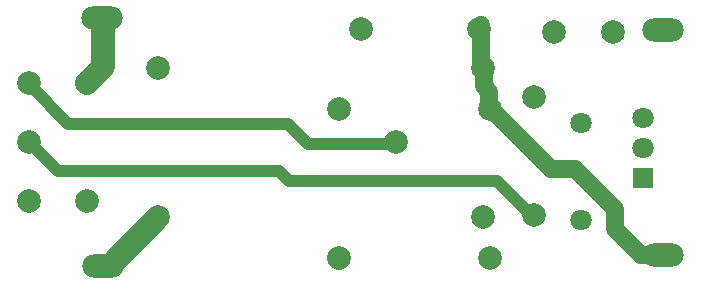
<source format=gtl>
G04*
G04 #@! TF.GenerationSoftware,Altium Limited,Altium Designer,22.10.1 (41)*
G04*
G04 Layer_Physical_Order=1*
G04 Layer_Color=255*
%FSLAX44Y44*%
%MOMM*%
G71*
G04*
G04 #@! TF.SameCoordinates,896FFF34-39E1-42E1-B268-0112FD4375FD*
G04*
G04*
G04 #@! TF.FilePolarity,Positive*
G04*
G01*
G75*
%ADD16C,2.0000*%
%ADD17C,1.0000*%
%ADD18C,1.5000*%
%ADD19C,2.0000*%
%ADD20O,3.5000X2.0000*%
%ADD21C,1.8000*%
%ADD22R,1.8000X1.8000*%
D16*
X204600Y24100D02*
X242500Y62000D01*
X182000Y175100D02*
X195300Y188400D01*
Y229700D01*
X395400Y26800D02*
X395600Y27000D01*
D17*
X132500Y174300D02*
X166300Y140500D01*
X132500Y174300D02*
Y175100D01*
Y125100D02*
X157200Y100400D01*
X344400D02*
X352800Y92000D01*
X157200Y100400D02*
X344400D01*
X166300Y140500D02*
X352200D01*
X368900Y123800D01*
X553394Y68600D02*
X558394Y63600D01*
X529400Y92000D02*
X552800Y68600D01*
X553394D01*
X558394Y63600D02*
X561100D01*
X439064Y123800D02*
X439208Y123943D01*
X442743D02*
X443700Y124900D01*
X368900Y123800D02*
X439064D01*
X439208Y123943D02*
X442743D01*
X352800Y92000D02*
X529400D01*
D18*
X516000Y193036D02*
X516543Y192492D01*
X516000Y193036D02*
Y224200D01*
X516543Y188957D02*
Y192492D01*
Y188957D02*
X518081Y187419D01*
X522669Y153931D02*
X523600Y153000D01*
X650900Y30000D02*
X670000D01*
X629000Y51900D02*
Y68800D01*
X518081Y172619D02*
Y187419D01*
X522669Y153931D02*
Y168031D01*
X518081Y172619D02*
X522669Y168031D01*
X595592Y102208D02*
X629000Y68800D01*
X523965Y153000D02*
X574757Y102208D01*
X595592D01*
X629000Y51900D02*
X650900Y30000D01*
D19*
X132500Y125100D02*
D03*
Y75100D02*
D03*
Y175100D02*
D03*
X182000D02*
D03*
Y75100D02*
D03*
X517500Y62000D02*
D03*
X242500D02*
D03*
X577600Y218400D02*
D03*
X627600D02*
D03*
X513800Y221000D02*
D03*
X413800D02*
D03*
X517500Y188000D02*
D03*
X242500D02*
D03*
X523600Y153000D02*
D03*
X395600D02*
D03*
X560757Y163600D02*
D03*
Y63600D02*
D03*
X395600Y27000D02*
D03*
X523600D02*
D03*
X443700Y124900D02*
D03*
D20*
X195000Y230000D02*
D03*
X670000Y30000D02*
D03*
Y220000D02*
D03*
X195300Y20000D02*
D03*
D21*
X652600Y145400D02*
D03*
Y120000D02*
D03*
X600000Y59000D02*
D03*
Y141000D02*
D03*
X670000Y30000D02*
D03*
Y220000D02*
D03*
X195000Y230000D02*
D03*
Y20000D02*
D03*
D22*
X652600Y94600D02*
D03*
M02*

</source>
